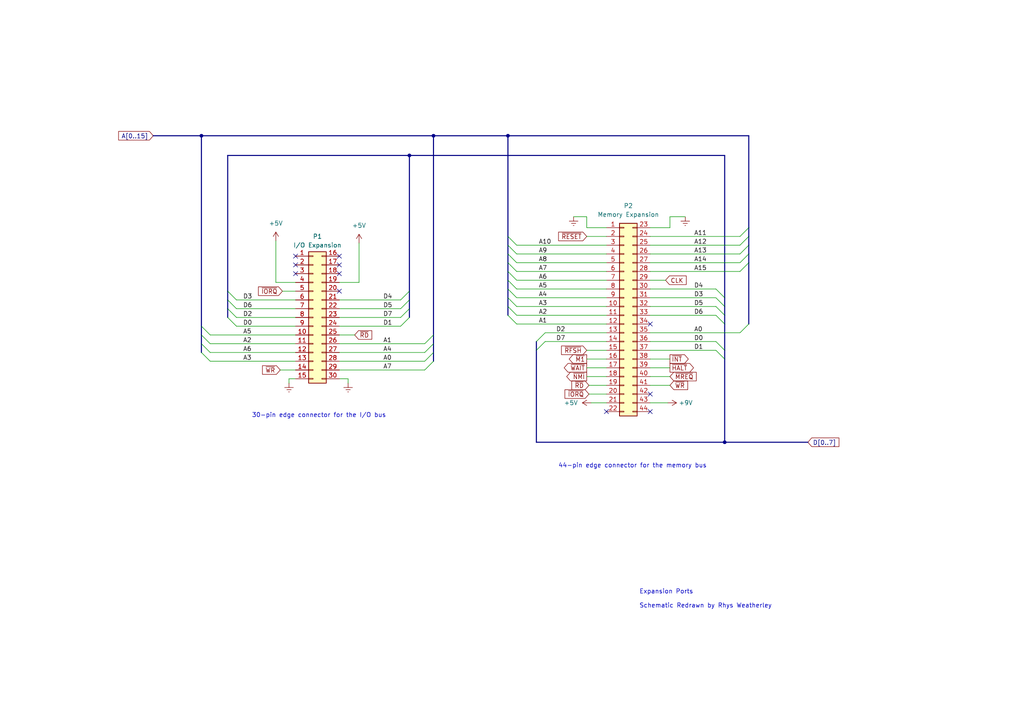
<source format=kicad_sch>
(kicad_sch (version 20230121) (generator eeschema)
  (paper "A4")
  (lib_symbols
    (symbol "Connector_Generic:Conn_02x15_Top_Bottom" (pin_names (offset 1.016) hide)
      (property "Reference" "J" (at 1.27 20.32 0))
      (property "Value" "Conn_02x15_Top_Bottom" (at 1.27 -20.32 0))
      (symbol "Conn_02x15_Top_Bottom_1_1"
        (rectangle (start -1.27 -17.653) (end 0 -17.907) (stroke (width 0.1524)))
        (rectangle (start -1.27 -15.113) (end 0 -15.367) (stroke (width 0.1524)))
        (rectangle (start -1.27 -12.573) (end 0 -12.827) (stroke (width 0.1524)))
        (rectangle (start -1.27 -10.033) (end 0 -10.287) (stroke (width 0.1524)))
        (rectangle (start -1.27 -7.493) (end 0 -7.747) (stroke (width 0.1524)))
        (rectangle (start -1.27 -4.953) (end 0 -5.207) (stroke (width 0.1524)))
        (rectangle (start -1.27 -2.413) (end 0 -2.667) (stroke (width 0.1524)))
        (rectangle (start -1.27 0.127) (end 0 -0.127) (stroke (width 0.1524)))
        (rectangle (start -1.27 2.667) (end 0 2.413) (stroke (width 0.1524)))
        (rectangle (start -1.27 5.207) (end 0 4.953) (stroke (width 0.1524)))
        (rectangle (start -1.27 7.747) (end 0 7.493) (stroke (width 0.1524)))
        (rectangle (start -1.27 10.287) (end 0 10.033) (stroke (width 0.1524)))
        (rectangle (start -1.27 12.827) (end 0 12.573) (stroke (width 0.1524)))
        (rectangle (start -1.27 15.367) (end 0 15.113) (stroke (width 0.1524)))
        (rectangle (start -1.27 17.907) (end 0 17.653) (stroke (width 0.1524)))
        (rectangle (start -1.27 19.05) (end 3.81 -19.05) (stroke (width 0.254)) (fill (type background)))
        (rectangle (start 3.81 -17.653) (end 2.54 -17.907) (stroke (width 0.1524)))
        (rectangle (start 3.81 -15.113) (end 2.54 -15.367) (stroke (width 0.1524)))
        (rectangle (start 3.81 -12.573) (end 2.54 -12.827) (stroke (width 0.1524)))
        (rectangle (start 3.81 -10.033) (end 2.54 -10.287) (stroke (width 0.1524)))
        (rectangle (start 3.81 -7.493) (end 2.54 -7.747) (stroke (width 0.1524)))
        (rectangle (start 3.81 -4.953) (end 2.54 -5.207) (stroke (width 0.1524)))
        (rectangle (start 3.81 -2.413) (end 2.54 -2.667) (stroke (width 0.1524)))
        (rectangle (start 3.81 0.127) (end 2.54 -0.127) (stroke (width 0.1524)))
        (rectangle (start 3.81 2.667) (end 2.54 2.413) (stroke (width 0.1524)))
        (rectangle (start 3.81 5.207) (end 2.54 4.953) (stroke (width 0.1524)))
        (rectangle (start 3.81 7.747) (end 2.54 7.493) (stroke (width 0.1524)))
        (rectangle (start 3.81 10.287) (end 2.54 10.033) (stroke (width 0.1524)))
        (rectangle (start 3.81 12.827) (end 2.54 12.573) (stroke (width 0.1524)))
        (rectangle (start 3.81 15.367) (end 2.54 15.113) (stroke (width 0.1524)))
        (rectangle (start 3.81 17.907) (end 2.54 17.653) (stroke (width 0.1524)))
        (pin passive line (at -5.08 17.78 0) (length 3.81) (name "Pin_1") (number "1"))
        (pin passive line (at -5.08 -5.08 0) (length 3.81) (name "Pin_10") (number "10"))
        (pin passive line (at -5.08 -7.62 0) (length 3.81) (name "Pin_11") (number "11"))
        (pin passive line (at -5.08 -10.16 0) (length 3.81) (name "Pin_12") (number "12"))
        (pin passive line (at -5.08 -12.7 0) (length 3.81) (name "Pin_13") (number "13"))
        (pin passive line (at -5.08 -15.24 0) (length 3.81) (name "Pin_14") (number "14"))
        (pin passive line (at -5.08 -17.78 0) (length 3.81) (name "Pin_15") (number "15"))
        (pin passive line (at 7.62 17.78 180) (length 3.81) (name "Pin_16") (number "16"))
        (pin passive line (at 7.62 15.24 180) (length 3.81) (name "Pin_17") (number "17"))
        (pin passive line (at 7.62 12.7 180) (length 3.81) (name "Pin_18") (number "18"))
        (pin passive line (at 7.62 10.16 180) (length 3.81) (name "Pin_19") (number "19"))
        (pin passive line (at -5.08 15.24 0) (length 3.81) (name "Pin_2") (number "2"))
        (pin passive line (at 7.62 7.62 180) (length 3.81) (name "Pin_20") (number "20"))
        (pin passive line (at 7.62 5.08 180) (length 3.81) (name "Pin_21") (number "21"))
        (pin passive line (at 7.62 2.54 180) (length 3.81) (name "Pin_22") (number "22"))
        (pin passive line (at 7.62 0 180) (length 3.81) (name "Pin_23") (number "23"))
        (pin passive line (at 7.62 -2.54 180) (length 3.81) (name "Pin_24") (number "24"))
        (pin passive line (at 7.62 -5.08 180) (length 3.81) (name "Pin_25") (number "25"))
        (pin passive line (at 7.62 -7.62 180) (length 3.81) (name "Pin_26") (number "26"))
        (pin passive line (at 7.62 -10.16 180) (length 3.81) (name "Pin_27") (number "27"))
        (pin passive line (at 7.62 -12.7 180) (length 3.81) (name "Pin_28") (number "28"))
        (pin passive line (at 7.62 -15.24 180) (length 3.81) (name "Pin_29") (number "29"))
        (pin passive line (at -5.08 12.7 0) (length 3.81) (name "Pin_3") (number "3"))
        (pin passive line (at 7.62 -17.78 180) (length 3.81) (name "Pin_30") (number "30"))
        (pin passive line (at -5.08 10.16 0) (length 3.81) (name "Pin_4") (number "4"))
        (pin passive line (at -5.08 7.62 0) (length 3.81) (name "Pin_5") (number "5"))
        (pin passive line (at -5.08 5.08 0) (length 3.81) (name "Pin_6") (number "6"))
        (pin passive line (at -5.08 2.54 0) (length 3.81) (name "Pin_7") (number "7"))
        (pin passive line (at -5.08 0 0) (length 3.81) (name "Pin_8") (number "8"))
        (pin passive line (at -5.08 -2.54 0) (length 3.81) (name "Pin_9") (number "9"))
      )
    )
    (symbol "Connector_Generic:Conn_02x22_Top_Bottom" (pin_names (offset 1.016) hide)
      (property "Reference" "J" (at 1.27 27.94 0))
      (property "Value" "Conn_02x22_Top_Bottom" (at 1.27 -30.48 0))
      (symbol "Conn_02x22_Top_Bottom_1_1"
        (rectangle (start -1.27 -27.813) (end 0 -28.067) (stroke (width 0.1524)))
        (rectangle (start -1.27 -25.273) (end 0 -25.527) (stroke (width 0.1524)))
        (rectangle (start -1.27 -22.733) (end 0 -22.987) (stroke (width 0.1524)))
        (rectangle (start -1.27 -20.193) (end 0 -20.447) (stroke (width 0.1524)))
        (rectangle (start -1.27 -17.653) (end 0 -17.907) (stroke (width 0.1524)))
        (rectangle (start -1.27 -15.113) (end 0 -15.367) (stroke (width 0.1524)))
        (rectangle (start -1.27 -12.573) (end 0 -12.827) (stroke (width 0.1524)))
        (rectangle (start -1.27 -10.033) (end 0 -10.287) (stroke (width 0.1524)))
        (rectangle (start -1.27 -7.493) (end 0 -7.747) (stroke (width 0.1524)))
        (rectangle (start -1.27 -4.953) (end 0 -5.207) (stroke (width 0.1524)))
        (rectangle (start -1.27 -2.413) (end 0 -2.667) (stroke (width 0.1524)))
        (rectangle (start -1.27 0.127) (end 0 -0.127) (stroke (width 0.1524)))
        (rectangle (start -1.27 2.667) (end 0 2.413) (stroke (width 0.1524)))
        (rectangle (start -1.27 5.207) (end 0 4.953) (stroke (width 0.1524)))
        (rectangle (start -1.27 7.747) (end 0 7.493) (stroke (width 0.1524)))
        (rectangle (start -1.27 10.287) (end 0 10.033) (stroke (width 0.1524)))
        (rectangle (start -1.27 12.827) (end 0 12.573) (stroke (width 0.1524)))
        (rectangle (start -1.27 15.367) (end 0 15.113) (stroke (width 0.1524)))
        (rectangle (start -1.27 17.907) (end 0 17.653) (stroke (width 0.1524)))
        (rectangle (start -1.27 20.447) (end 0 20.193) (stroke (width 0.1524)))
        (rectangle (start -1.27 22.987) (end 0 22.733) (stroke (width 0.1524)))
        (rectangle (start -1.27 25.527) (end 0 25.273) (stroke (width 0.1524)))
        (rectangle (start -1.27 26.67) (end 3.81 -29.21) (stroke (width 0.254)) (fill (type background)))
        (rectangle (start 3.81 -27.813) (end 2.54 -28.067) (stroke (width 0.1524)))
        (rectangle (start 3.81 -25.273) (end 2.54 -25.527) (stroke (width 0.1524)))
        (rectangle (start 3.81 -22.733) (end 2.54 -22.987) (stroke (width 0.1524)))
        (rectangle (start 3.81 -20.193) (end 2.54 -20.447) (stroke (width 0.1524)))
        (rectangle (start 3.81 -17.653) (end 2.54 -17.907) (stroke (width 0.1524)))
        (rectangle (start 3.81 -15.113) (end 2.54 -15.367) (stroke (width 0.1524)))
        (rectangle (start 3.81 -12.573) (end 2.54 -12.827) (stroke (width 0.1524)))
        (rectangle (start 3.81 -10.033) (end 2.54 -10.287) (stroke (width 0.1524)))
        (rectangle (start 3.81 -7.493) (end 2.54 -7.747) (stroke (width 0.1524)))
        (rectangle (start 3.81 -4.953) (end 2.54 -5.207) (stroke (width 0.1524)))
        (rectangle (start 3.81 -2.413) (end 2.54 -2.667) (stroke (width 0.1524)))
        (rectangle (start 3.81 0.127) (end 2.54 -0.127) (stroke (width 0.1524)))
        (rectangle (start 3.81 2.667) (end 2.54 2.413) (stroke (width 0.1524)))
        (rectangle (start 3.81 5.207) (end 2.54 4.953) (stroke (width 0.1524)))
        (rectangle (start 3.81 7.747) (end 2.54 7.493) (stroke (width 0.1524)))
        (rectangle (start 3.81 10.287) (end 2.54 10.033) (stroke (width 0.1524)))
        (rectangle (start 3.81 12.827) (end 2.54 12.573) (stroke (width 0.1524)))
        (rectangle (start 3.81 15.367) (end 2.54 15.113) (stroke (width 0.1524)))
        (rectangle (start 3.81 17.907) (end 2.54 17.653) (stroke (width 0.1524)))
        (rectangle (start 3.81 20.447) (end 2.54 20.193) (stroke (width 0.1524)))
        (rectangle (start 3.81 22.987) (end 2.54 22.733) (stroke (width 0.1524)))
        (rectangle (start 3.81 25.527) (end 2.54 25.273) (stroke (width 0.1524)))
        (pin passive line (at -5.08 25.4 0) (length 3.81) (name "Pin_1") (number "1"))
        (pin passive line (at -5.08 2.54 0) (length 3.81) (name "Pin_10") (number "10"))
        (pin passive line (at -5.08 0 0) (length 3.81) (name "Pin_11") (number "11"))
        (pin passive line (at -5.08 -2.54 0) (length 3.81) (name "Pin_12") (number "12"))
        (pin passive line (at -5.08 -5.08 0) (length 3.81) (name "Pin_13") (number "13"))
        (pin passive line (at -5.08 -7.62 0) (length 3.81) (name "Pin_14") (number "14"))
        (pin passive line (at -5.08 -10.16 0) (length 3.81) (name "Pin_15") (number "15"))
        (pin passive line (at -5.08 -12.7 0) (length 3.81) (name "Pin_16") (number "16"))
        (pin passive line (at -5.08 -15.24 0) (length 3.81) (name "Pin_17") (number "17"))
        (pin passive line (at -5.08 -17.78 0) (length 3.81) (name "Pin_18") (number "18"))
        (pin passive line (at -5.08 -20.32 0) (length 3.81) (name "Pin_19") (number "19"))
        (pin passive line (at -5.08 22.86 0) (length 3.81) (name "Pin_2") (number "2"))
        (pin passive line (at -5.08 -22.86 0) (length 3.81) (name "Pin_20") (number "20"))
        (pin passive line (at -5.08 -25.4 0) (length 3.81) (name "Pin_21") (number "21"))
        (pin passive line (at -5.08 -27.94 0) (length 3.81) (name "Pin_22") (number "22"))
        (pin passive line (at 7.62 25.4 180) (length 3.81) (name "Pin_23") (number "23"))
        (pin passive line (at 7.62 22.86 180) (length 3.81) (name "Pin_24") (number "24"))
        (pin passive line (at 7.62 20.32 180) (length 3.81) (name "Pin_25") (number "25"))
        (pin passive line (at 7.62 17.78 180) (length 3.81) (name "Pin_26") (number "26"))
        (pin passive line (at 7.62 15.24 180) (length 3.81) (name "Pin_27") (number "27"))
        (pin passive line (at 7.62 12.7 180) (length 3.81) (name "Pin_28") (number "28"))
        (pin passive line (at 7.62 10.16 180) (length 3.81) (name "Pin_29") (number "29"))
        (pin passive line (at -5.08 20.32 0) (length 3.81) (name "Pin_3") (number "3"))
        (pin passive line (at 7.62 7.62 180) (length 3.81) (name "Pin_30") (number "30"))
        (pin passive line (at 7.62 5.08 180) (length 3.81) (name "Pin_31") (number "31"))
        (pin passive line (at 7.62 2.54 180) (length 3.81) (name "Pin_32") (number "32"))
        (pin passive line (at 7.62 0 180) (length 3.81) (name "Pin_33") (number "33"))
        (pin passive line (at 7.62 -2.54 180) (length 3.81) (name "Pin_34") (number "34"))
        (pin passive line (at 7.62 -5.08 180) (length 3.81) (name "Pin_35") (number "35"))
        (pin passive line (at 7.62 -7.62 180) (length 3.81) (name "Pin_36") (number "36"))
        (pin passive line (at 7.62 -10.16 180) (length 3.81) (name "Pin_37") (number "37"))
        (pin passive line (at 7.62 -12.7 180) (length 3.81) (name "Pin_38") (number "38"))
        (pin passive line (at 7.62 -15.24 180) (length 3.81) (name "Pin_39") (number "39"))
        (pin passive line (at -5.08 17.78 0) (length 3.81) (name "Pin_4") (number "4"))
        (pin passive line (at 7.62 -17.78 180) (length 3.81) (name "Pin_40") (number "40"))
        (pin passive line (at 7.62 -20.32 180) (length 3.81) (name "Pin_41") (number "41"))
        (pin passive line (at 7.62 -22.86 180) (length 3.81) (name "Pin_42") (number "42"))
        (pin passive line (at 7.62 -25.4 180) (length 3.81) (name "Pin_43") (number "43"))
        (pin passive line (at 7.62 -27.94 180) (length 3.81) (name "Pin_44") (number "44"))
        (pin passive line (at -5.08 15.24 0) (length 3.81) (name "Pin_5") (number "5"))
        (pin passive line (at -5.08 12.7 0) (length 3.81) (name "Pin_6") (number "6"))
        (pin passive line (at -5.08 10.16 0) (length 3.81) (name "Pin_7") (number "7"))
        (pin passive line (at -5.08 7.62 0) (length 3.81) (name "Pin_8") (number "8"))
        (pin passive line (at -5.08 5.08 0) (length 3.81) (name "Pin_9") (number "9"))
      )
    )
    (symbol "power:+5V" (power) (pin_names (offset 0))
      (property "Value" "+5V" (at 0 3.556 0))
      (symbol "+5V_0_1"
        (polyline (pts (xy -0.762 1.27) (xy 0 2.54)))
        (polyline (pts (xy 0 0) (xy 0 2.54)))
        (polyline (pts (xy 0 2.54) (xy 0.762 1.27)))
      )
      (symbol "+5V_1_1"
        (pin power_in line (at 0 0 90) (length 0) hide (name "+5V") (number "1"))
      )
    )
    (symbol "power:+9V" (power) (pin_names (offset 0))
      (property "Value" "+9V" (at 0 3.556 0))
      (symbol "+9V_0_1"
        (polyline (pts (xy -0.762 1.27) (xy 0 2.54)))
        (polyline (pts (xy 0 0) (xy 0 2.54)))
        (polyline (pts (xy 0 2.54) (xy 0.762 1.27)))
      )
      (symbol "+9V_1_1"
        (pin power_in line (at 0 0 90) (length 0) hide (name "+9V") (number "1"))
      )
    )
    (symbol "power:Earth" (power) (pin_names (offset 0))
      (symbol "Earth_0_1"
        (polyline (pts (xy -0.635 -1.905) (xy 0.635 -1.905)))
        (polyline (pts (xy -0.127 -2.54) (xy 0.127 -2.54)))
        (polyline (pts (xy 0 -1.27) (xy 0 0)))
        (polyline (pts (xy 1.27 -1.27) (xy -1.27 -1.27)))
      )
      (symbol "Earth_1_1"
        (pin power_in line (at 0 0 270) (length 0) hide (name "Earth") (number "1"))
      )
    )
  )
  (junction (at 58.42 39.37))
  (junction (at 125.73 39.37))
  (junction (at 210.185 128.27))
  (junction (at 147.32 39.37))
  (junction (at 118.745 45.085))
  (no_connect (at 85.725 74.295))
  (no_connect (at 85.725 76.835))
  (no_connect (at 188.595 93.98))
  (no_connect (at 85.725 79.375))
  (no_connect (at 98.425 76.835))
  (no_connect (at 188.595 114.3))
  (no_connect (at 175.895 119.38))
  (no_connect (at 98.425 84.455))
  (no_connect (at 98.425 74.295))
  (no_connect (at 188.595 119.38))
  (no_connect (at 98.425 79.375))
  (bus_entry (at 214.63 76.2) (size 2.54 -2.54))
  (bus_entry (at 58.42 99.695) (size 2.54 2.54))
  (bus_entry (at 149.86 81.28) (size -2.54 -2.54))
  (bus_entry (at 214.63 68.58) (size 2.54 -2.54))
  (bus_entry (at 116.205 94.615) (size 2.54 -2.54))
  (bus_entry (at 149.86 93.98) (size -2.54 -2.54))
  (bus_entry (at 149.86 91.44) (size -2.54 -2.54))
  (bus_entry (at 58.42 102.235) (size 2.54 2.54))
  (bus_entry (at 123.19 107.315) (size 2.54 -2.54))
  (bus_entry (at 207.645 101.6) (size 2.54 2.54))
  (bus_entry (at 155.575 99.06) (size 2.54 -2.54))
  (bus_entry (at 214.63 78.74) (size 2.54 -2.54))
  (bus_entry (at 155.575 101.6) (size 2.54 -2.54))
  (bus_entry (at 149.86 88.9) (size -2.54 -2.54))
  (bus_entry (at 149.86 86.36) (size -2.54 -2.54))
  (bus_entry (at 123.19 102.235) (size 2.54 -2.54))
  (bus_entry (at 214.63 73.66) (size 2.54 -2.54))
  (bus_entry (at 214.63 96.52) (size 2.54 -2.54))
  (bus_entry (at 66.04 86.995) (size 2.54 2.54))
  (bus_entry (at 66.04 92.075) (size 2.54 2.54))
  (bus_entry (at 149.86 76.2) (size -2.54 -2.54))
  (bus_entry (at 66.04 89.535) (size 2.54 2.54))
  (bus_entry (at 207.645 91.44) (size 2.54 2.54))
  (bus_entry (at 58.42 97.155) (size 2.54 2.54))
  (bus_entry (at 58.42 94.615) (size 2.54 2.54))
  (bus_entry (at 123.19 104.775) (size 2.54 -2.54))
  (bus_entry (at 149.86 71.12) (size -2.54 -2.54))
  (bus_entry (at 149.86 73.66) (size -2.54 -2.54))
  (bus_entry (at 207.645 99.06) (size 2.54 2.54))
  (bus_entry (at 66.04 84.455) (size 2.54 2.54))
  (bus_entry (at 116.205 86.995) (size 2.54 -2.54))
  (bus_entry (at 116.205 89.535) (size 2.54 -2.54))
  (bus_entry (at 149.86 83.82) (size -2.54 -2.54))
  (bus_entry (at 207.645 88.9) (size 2.54 2.54))
  (bus_entry (at 207.645 83.82) (size 2.54 2.54))
  (bus_entry (at 116.205 92.075) (size 2.54 -2.54))
  (bus_entry (at 207.645 86.36) (size 2.54 2.54))
  (bus_entry (at 123.19 99.695) (size 2.54 -2.54))
  (bus_entry (at 214.63 71.12) (size 2.54 -2.54))
  (bus_entry (at 149.86 78.74) (size -2.54 -2.54))
  (bus (pts (xy 125.73 97.155) (xy 125.73 99.695)))
  (wire (pts (xy 188.595 99.06) (xy 207.645 99.06)))
  (wire (pts (xy 81.28 107.315) (xy 85.725 107.315)))
  (bus (pts (xy 210.185 128.27) (xy 234.315 128.27)))
  (wire (pts (xy 98.425 97.155) (xy 102.87 97.155)))
  (bus (pts (xy 210.185 91.44) (xy 210.185 93.98)))
  (bus (pts (xy 147.32 39.37) (xy 217.17 39.37)))
  (bus (pts (xy 217.17 66.04) (xy 217.17 68.58)))
  (bus (pts (xy 44.45 39.37) (xy 58.42 39.37)))
  (bus (pts (xy 147.32 81.28) (xy 147.32 83.82)))
  (wire (pts (xy 68.58 86.995) (xy 85.725 86.995)))
  (bus (pts (xy 147.32 83.82) (xy 147.32 86.36)))
  (wire (pts (xy 85.725 109.855) (xy 83.82 109.855)))
  (bus (pts (xy 210.185 45.085) (xy 210.185 86.36)))
  (bus (pts (xy 66.04 89.535) (xy 66.04 92.075)))
  (wire (pts (xy 194.31 66.04) (xy 194.31 62.865)))
  (wire (pts (xy 98.425 81.915) (xy 104.14 81.915)))
  (wire (pts (xy 60.96 97.155) (xy 85.725 97.155)))
  (wire (pts (xy 98.425 99.695) (xy 123.19 99.695)))
  (wire (pts (xy 188.595 111.76) (xy 194.31 111.76)))
  (bus (pts (xy 58.42 99.695) (xy 58.42 102.235)))
  (wire (pts (xy 149.86 73.66) (xy 175.895 73.66)))
  (wire (pts (xy 188.595 83.82) (xy 207.645 83.82)))
  (wire (pts (xy 188.595 104.14) (xy 194.31 104.14)))
  (bus (pts (xy 125.73 39.37) (xy 147.32 39.37)))
  (wire (pts (xy 170.18 68.58) (xy 175.895 68.58)))
  (wire (pts (xy 149.86 86.36) (xy 175.895 86.36)))
  (wire (pts (xy 98.425 109.855) (xy 100.965 109.855)))
  (bus (pts (xy 125.73 99.695) (xy 125.73 102.235)))
  (wire (pts (xy 188.595 109.22) (xy 194.31 109.22)))
  (wire (pts (xy 170.18 109.22) (xy 175.895 109.22)))
  (bus (pts (xy 66.04 86.995) (xy 66.04 89.535)))
  (bus (pts (xy 155.575 101.6) (xy 155.575 99.06)))
  (wire (pts (xy 60.96 99.695) (xy 85.725 99.695)))
  (wire (pts (xy 188.595 71.12) (xy 214.63 71.12)))
  (wire (pts (xy 149.86 81.28) (xy 175.895 81.28)))
  (wire (pts (xy 149.86 93.98) (xy 175.895 93.98)))
  (wire (pts (xy 166.37 62.865) (xy 170.18 62.865)))
  (wire (pts (xy 68.58 94.615) (xy 85.725 94.615)))
  (wire (pts (xy 158.115 99.06) (xy 175.895 99.06)))
  (wire (pts (xy 98.425 102.235) (xy 123.19 102.235)))
  (bus (pts (xy 217.17 73.66) (xy 217.17 76.2)))
  (bus (pts (xy 147.32 68.58) (xy 147.32 71.12)))
  (bus (pts (xy 210.185 104.14) (xy 210.185 128.27)))
  (bus (pts (xy 58.42 97.155) (xy 58.42 99.695)))
  (bus (pts (xy 210.185 93.98) (xy 210.185 101.6)))
  (wire (pts (xy 188.595 68.58) (xy 214.63 68.58)))
  (wire (pts (xy 158.115 96.52) (xy 175.895 96.52)))
  (bus (pts (xy 210.185 88.9) (xy 210.185 91.44)))
  (bus (pts (xy 125.73 39.37) (xy 125.73 97.155)))
  (wire (pts (xy 188.595 66.04) (xy 194.31 66.04)))
  (wire (pts (xy 104.14 81.915) (xy 104.14 70.485)))
  (wire (pts (xy 81.915 84.455) (xy 85.725 84.455)))
  (bus (pts (xy 66.04 84.455) (xy 66.04 86.995)))
  (wire (pts (xy 188.595 106.68) (xy 194.31 106.68)))
  (wire (pts (xy 188.595 73.66) (xy 214.63 73.66)))
  (wire (pts (xy 170.18 101.6) (xy 175.895 101.6)))
  (wire (pts (xy 149.86 88.9) (xy 175.895 88.9)))
  (wire (pts (xy 83.82 109.855) (xy 83.82 111.125)))
  (wire (pts (xy 100.965 109.855) (xy 100.965 111.125)))
  (bus (pts (xy 210.185 86.36) (xy 210.185 88.9)))
  (bus (pts (xy 147.32 76.2) (xy 147.32 78.74)))
  (bus (pts (xy 118.745 45.085) (xy 66.04 45.085)))
  (wire (pts (xy 98.425 89.535) (xy 116.205 89.535)))
  (wire (pts (xy 188.595 78.74) (xy 214.63 78.74)))
  (wire (pts (xy 68.58 89.535) (xy 85.725 89.535)))
  (wire (pts (xy 149.86 83.82) (xy 175.895 83.82)))
  (wire (pts (xy 98.425 92.075) (xy 116.205 92.075)))
  (wire (pts (xy 188.595 76.2) (xy 214.63 76.2)))
  (bus (pts (xy 118.745 84.455) (xy 118.745 86.995)))
  (bus (pts (xy 147.32 86.36) (xy 147.32 88.9)))
  (bus (pts (xy 147.32 88.9) (xy 147.32 91.44)))
  (wire (pts (xy 171.45 116.84) (xy 175.895 116.84)))
  (bus (pts (xy 66.04 45.085) (xy 66.04 84.455)))
  (wire (pts (xy 188.595 88.9) (xy 207.645 88.9)))
  (bus (pts (xy 118.745 86.995) (xy 118.745 89.535)))
  (wire (pts (xy 149.86 78.74) (xy 175.895 78.74)))
  (wire (pts (xy 80.01 81.915) (xy 80.01 69.85)))
  (wire (pts (xy 170.18 106.68) (xy 175.895 106.68)))
  (wire (pts (xy 170.815 114.3) (xy 175.895 114.3)))
  (wire (pts (xy 188.595 81.28) (xy 193.04 81.28)))
  (bus (pts (xy 217.17 71.12) (xy 217.17 73.66)))
  (bus (pts (xy 210.185 101.6) (xy 210.185 104.14)))
  (wire (pts (xy 188.595 101.6) (xy 207.645 101.6)))
  (wire (pts (xy 188.595 116.84) (xy 193.675 116.84)))
  (wire (pts (xy 85.725 81.915) (xy 80.01 81.915)))
  (wire (pts (xy 98.425 94.615) (xy 116.205 94.615)))
  (wire (pts (xy 170.815 111.76) (xy 175.895 111.76)))
  (wire (pts (xy 68.58 92.075) (xy 85.725 92.075)))
  (wire (pts (xy 188.595 91.44) (xy 207.645 91.44)))
  (wire (pts (xy 60.96 104.775) (xy 85.725 104.775)))
  (wire (pts (xy 149.86 76.2) (xy 175.895 76.2)))
  (wire (pts (xy 194.31 62.865) (xy 198.755 62.865)))
  (wire (pts (xy 98.425 86.995) (xy 116.205 86.995)))
  (wire (pts (xy 98.425 107.315) (xy 123.19 107.315)))
  (bus (pts (xy 58.42 39.37) (xy 125.73 39.37)))
  (bus (pts (xy 155.575 128.27) (xy 155.575 101.6)))
  (wire (pts (xy 98.425 104.775) (xy 123.19 104.775)))
  (bus (pts (xy 147.32 78.74) (xy 147.32 81.28)))
  (bus (pts (xy 58.42 94.615) (xy 58.42 97.155)))
  (bus (pts (xy 210.185 128.27) (xy 155.575 128.27)))
  (wire (pts (xy 60.96 102.235) (xy 85.725 102.235)))
  (bus (pts (xy 118.745 89.535) (xy 118.745 92.075)))
  (wire (pts (xy 188.595 86.36) (xy 207.645 86.36)))
  (bus (pts (xy 118.745 45.085) (xy 118.745 84.455)))
  (bus (pts (xy 58.42 39.37) (xy 58.42 94.615)))
  (bus (pts (xy 217.17 76.2) (xy 217.17 93.98)))
  (bus (pts (xy 217.17 68.58) (xy 217.17 71.12)))
  (wire (pts (xy 175.895 66.04) (xy 170.18 66.04)))
  (bus (pts (xy 147.32 71.12) (xy 147.32 73.66)))
  (bus (pts (xy 147.32 73.66) (xy 147.32 76.2)))
  (bus (pts (xy 147.32 39.37) (xy 147.32 68.58)))
  (bus (pts (xy 125.73 102.235) (xy 125.73 104.775)))
  (wire (pts (xy 170.18 66.04) (xy 170.18 62.865)))
  (bus (pts (xy 118.745 45.085) (xy 210.185 45.085)))
  (wire (pts (xy 188.595 96.52) (xy 214.63 96.52)))
  (wire (pts (xy 149.86 91.44) (xy 175.895 91.44)))
  (wire (pts (xy 149.86 71.12) (xy 175.895 71.12)))
  (wire (pts (xy 170.18 104.14) (xy 175.895 104.14)))
  (bus (pts (xy 217.17 39.37) (xy 217.17 66.04)))
  (text "Expansion Ports\n\nSchematic Redrawn by Rhys Weatherley" (at 185.42 176.53 0) (effects (font (size 1.27 1.27)) (justify left bottom)))
  (text "44-pin edge connector for the memory bus" (at 161.925 135.89 0) (effects (font (size 1.27 1.27)) (justify left bottom)))
  (text "30-pin edge connector for the I/O bus" (at 73.025 121.285 0) (effects (font (size 1.27 1.27)) (justify left bottom)))
  (label "D6" (at 70.485 89.535 0))
  (label "D5" (at 201.295 88.9 0))
  (label "A1" (at 156.21 93.98 0))
  (label "A0" (at 111.125 104.775 0))
  (label "A5" (at 70.485 97.155 0))
  (label "D3" (at 201.295 86.36 0))
  (label "A0" (at 201.295 96.52 0))
  (label "A6" (at 70.485 102.235 0))
  (label "A7" (at 156.21 78.74 0))
  (label "D0" (at 70.485 94.615 0))
  (label "D0" (at 201.295 99.06 0))
  (label "A9" (at 156.21 73.66 0))
  (label "D1" (at 201.295 101.6 0))
  (label "A6" (at 156.21 81.28 0))
  (label "A13" (at 201.295 73.66 0))
  (label "D3" (at 70.485 86.995 0))
  (label "D7" (at 111.125 92.075 0))
  (label "D4" (at 111.125 86.995 0))
  (label "D5" (at 111.125 89.535 0))
  (label "A3" (at 70.485 104.775 0))
  (label "A1" (at 111.125 99.695 0))
  (label "A4" (at 111.125 102.235 0))
  (label "A14" (at 201.295 76.2 0))
  (label "A3" (at 156.21 88.9 0))
  (label "D7" (at 161.29 99.06 0))
  (label "A15" (at 201.295 78.74 0))
  (label "A4" (at 156.21 86.36 0))
  (label "D2" (at 70.485 92.075 0))
  (label "A5" (at 156.21 83.82 0))
  (label "D4" (at 201.295 83.82 0))
  (label "A11" (at 201.295 68.58 0))
  (label "D6" (at 201.295 91.44 0))
  (label "A10" (at 156.21 71.12 0))
  (label "A8" (at 156.21 76.2 0))
  (label "A2" (at 156.21 91.44 0))
  (label "A12" (at 201.295 71.12 0))
  (label "A7" (at 111.125 107.315 0))
  (label "D2" (at 161.29 96.52 0))
  (label "A2" (at 70.485 99.695 0))
  (label "D1" (at 111.125 94.615 0))
  (global_label "~{MREQ}" (shape input) (at 194.31 109.22 0) (property "Intersheetrefs" "${INTERSHEET_REFS}" (effects hide)))
  (global_label "~{RFSH}" (shape input) (at 170.18 101.6 180) (property "Intersheetrefs" "${INTERSHEET_REFS}" (effects hide)))
  (global_label "~{WAIT}" (shape output) (at 170.18 106.68 180) (property "Intersheetrefs" "${INTERSHEET_REFS}" (effects hide)))
  (global_label "~{RD}" (shape input) (at 102.87 97.155 0) (property "Intersheetrefs" "${INTERSHEET_REFS}" (effects hide)))
  (global_label "~{M1}" (shape output) (at 170.18 104.14 180) (property "Intersheetrefs" "${INTERSHEET_REFS}" (effects hide)))
  (global_label "~{RESET}" (shape input) (at 170.18 68.58 180) (property "Intersheetrefs" "${INTERSHEET_REFS}" (effects hide)))
  (global_label "~{HALT}" (shape output) (at 194.31 106.68 0) (property "Intersheetrefs" "${INTERSHEET_REFS}" (effects hide)))
  (global_label "~{NMI}" (shape output) (at 170.18 109.22 180) (property "Intersheetrefs" "${INTERSHEET_REFS}" (effects hide)))
  (global_label "~{WR}" (shape input) (at 81.28 107.315 180) (property "Intersheetrefs" "${INTERSHEET_REFS}" (effects hide)))
  (global_label "D[0..7]" (shape input) (at 234.315 128.27 0) (property "Intersheetrefs" "${INTERSHEET_REFS}" (effects hide)))
  (global_label "~{IORQ}" (shape input) (at 170.815 114.3 180) (property "Intersheetrefs" "${INTERSHEET_REFS}" (effects hide)))
  (global_label "~{WR}" (shape input) (at 194.31 111.76 0) (property "Intersheetrefs" "${INTERSHEET_REFS}" (effects hide)))
  (global_label "~{RD}" (shape input) (at 170.815 111.76 180) (property "Intersheetrefs" "${INTERSHEET_REFS}" (effects hide)))
  (global_label "~{IORQ}" (shape input) (at 81.915 84.455 180) (property "Intersheetrefs" "${INTERSHEET_REFS}" (effects hide)))
  (global_label "~{INT}" (shape output) (at 194.31 104.14 0) (property "Intersheetrefs" "${INTERSHEET_REFS}" (effects hide)))
  (global_label "A[0..15]" (shape input) (at 44.45 39.37 180) (property "Intersheetrefs" "${INTERSHEET_REFS}" (effects hide)))
  (global_label "CLK" (shape input) (at 193.04 81.28 0) (property "Intersheetrefs" "${INTERSHEET_REFS}" (effects hide)))
  (symbol (lib_id "power:Earth") (at 100.965 111.125 0) (unit 1)
    (property "Reference" "#PWR055" (effects hide))
    (property "Value" "Earth" (effects hide))
  )
  (symbol (lib_id "power:+9V") (at 193.675 116.84 270) (unit 1)
    (property "Reference" "#PWR061" (effects hide))
    (property "Value" "+9V" (at 196.85 116.84 90) (effects (justify left)))
  )
  (symbol (lib_id "Connector_Generic:Conn_02x15_Top_Bottom") (at 90.805 92.075 0) (unit 1)
    (property "Reference" "P1" (at 92.075 68.58 0))
    (property "Value" "I/O Expansion" (at 92.075 71.12 0))
  )
  (symbol (lib_id "power:+5V") (at 80.01 69.85 0) (unit 1)
    (property "Reference" "#PWR056" (effects hide))
    (property "Value" "+5V" (at 80.01 64.77 0))
  )
  (symbol (lib_id "power:Earth") (at 198.755 62.865 0) (unit 1)
    (property "Reference" "#PWR060" (effects hide))
    (property "Value" "Earth" (effects hide))
  )
  (symbol (lib_id "power:Earth") (at 83.82 111.125 0) (unit 1)
    (property "Reference" "#PWR054" (effects hide))
    (property "Value" "Earth" (effects hide))
  )
  (symbol (lib_id "Connector_Generic:Conn_02x22_Top_Bottom") (at 180.975 91.44 0) (unit 1)
    (property "Reference" "P2" (at 182.245 59.69 0))
    (property "Value" "Memory Expansion" (at 182.245 62.23 0))
  )
  (symbol (lib_id "power:+5V") (at 104.14 70.485 0) (unit 1)
    (property "Reference" "#PWR057" (effects hide))
    (property "Value" "+5V" (at 104.14 65.405 0))
  )
  (symbol (lib_id "power:+5V") (at 171.45 116.84 90) (unit 1)
    (property "Reference" "#PWR058" (effects hide))
    (property "Value" "+5V" (at 167.64 116.84 90) (effects (justify left)))
  )
  (symbol (lib_id "power:Earth") (at 166.37 62.865 0) (unit 1)
    (property "Reference" "#PWR059" (effects hide))
    (property "Value" "Earth" (effects hide))
  )
)
</source>
